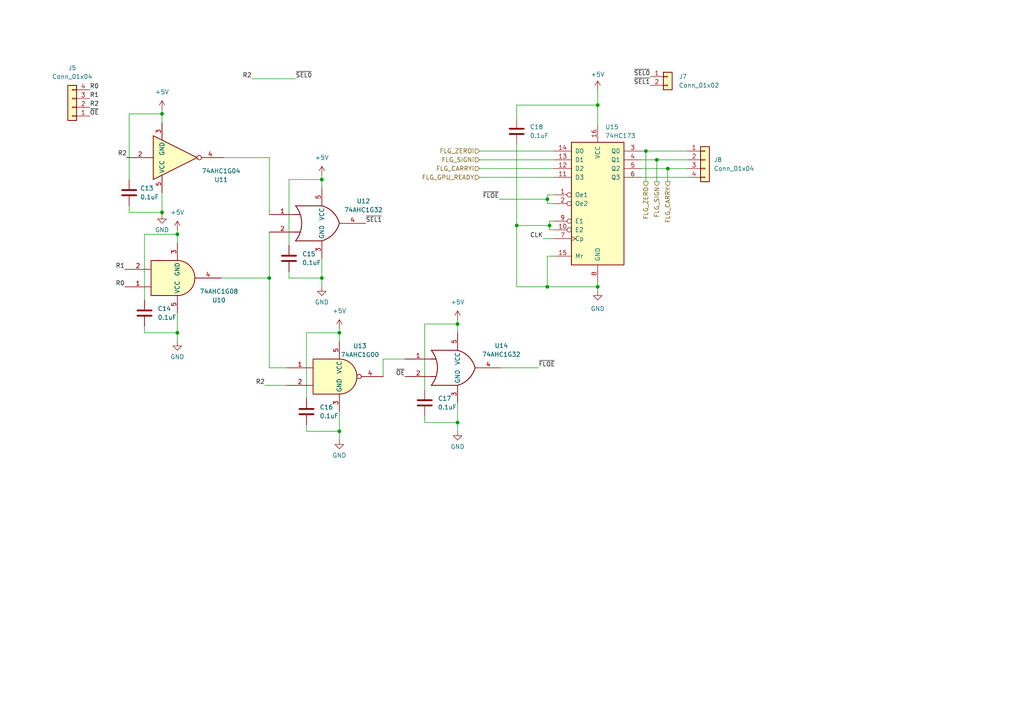
<source format=kicad_sch>
(kicad_sch (version 20250114) (generator "eeschema") (generator_version "9.0")
  (paper "A4")
  (lib_symbols
    (symbol "74xGxx:74AHC1G00"
      (property "Reference" "U" (at -2.54 3.81 0))
      (property "Value" "74AHC1G00" (at 0 -3.81 0))
      (symbol "74AHC1G00_0_1"
        (arc (start 0 5.08) (mid 5.0579 0) (end 0 -5.08) (stroke (width 0.254)) (fill (type background)))
        (polyline (pts (xy 0 -5.08) (xy -7.62 -5.08) (xy -7.62 5.08) (xy 0 5.08)) (stroke (width 0.254)) (fill (type background)))
      )
      (symbol "74AHC1G00_1_1"
        (pin input line (at -15.24 2.54 0) (length 7.62) (name "~") (number "1"))
        (pin input line (at -15.24 -2.54 0) (length 7.62) (name "~") (number "2"))
        (pin power_in line (at 0 10.16 270) (length 5.08) (name "VCC") (number "5"))
        (pin power_in line (at 0 -10.16 90) (length 5.08) (name "GND") (number "3"))
        (pin output inverted (at 12.7 0 180) (length 7.62) (name "~") (number "4"))
      )
    )
    (symbol "74xGxx:74AHC1G04"
      (property "Reference" "U" (at -2.54 3.81 0))
      (property "Value" "74AHC1G04" (at 0 -3.81 0))
      (symbol "74AHC1G04_0_1"
        (polyline (pts (xy -7.62 6.35) (xy -7.62 -6.35) (xy 5.08 0) (xy -7.62 6.35)) (stroke (width 0.254)) (fill (type background)))
      )
      (symbol "74AHC1G04_1_1"
        (pin input line (at -15.24 0 0) (length 7.62) (name "~") (number "2"))
        (pin power_in line (at -5.08 10.16 270) (length 5.08) (name "VCC") (number "5"))
        (pin power_in line (at -5.08 -10.16 90) (length 5.08) (name "GND") (number "3"))
        (pin output inverted (at 12.7 0 180) (length 7.62) (name "~") (number "4"))
      )
    )
    (symbol "74xGxx:74AHC1G08"
      (property "Reference" "U" (at -2.54 3.81 0))
      (property "Value" "74AHC1G08" (at 0 -3.81 0))
      (symbol "74AHC1G08_0_1"
        (arc (start 0 5.08) (mid 5.0579 0) (end 0 -5.08) (stroke (width 0.254)) (fill (type background)))
        (polyline (pts (xy 0 -5.08) (xy -7.62 -5.08) (xy -7.62 5.08) (xy 0 5.08)) (stroke (width 0.254)) (fill (type background)))
      )
      (symbol "74AHC1G08_1_1"
        (pin input line (at -15.24 2.54 0) (length 7.62) (name "~") (number "1"))
        (pin input line (at -15.24 -2.54 0) (length 7.62) (name "~") (number "2"))
        (pin power_in line (at 0 10.16 270) (length 5.08) (name "VCC") (number "5"))
        (pin power_in line (at 0 -10.16 90) (length 5.08) (name "GND") (number "3"))
        (pin output line (at 12.7 0 180) (length 7.62) (name "~") (number "4"))
      )
    )
    (symbol "74xGxx:74AHC1G32"
      (property "Reference" "U" (at -2.54 3.81 0))
      (property "Value" "74AHC1G32" (at 0 -3.81 0))
      (symbol "74AHC1G32_0_1"
        (arc (start -7.62 5.08) (mid -5.838 0) (end -7.62 -5.08) (stroke (width 0.254)))
        (polyline (pts (xy -7.62 2.54) (xy -6.35 2.54)) (stroke (width 0.254)) (fill (type background)))
        (polyline (pts (xy -7.62 -2.54) (xy -6.35 -2.54)) (stroke (width 0.254)) (fill (type background)))
        (arc (start 5.08 0) (mid 3.202 -3.202) (end 0 -5.08) (stroke (width 0.254)))
        (arc (start 0 5.08) (mid 3.2271 3.2271) (end 5.08 0) (stroke (width 0.254)))
        (polyline (pts (xy 0 5.08) (xy -7.62 5.08)) (stroke (width 0.254)) (fill (type background)))
        (polyline (pts (xy 0 -5.08) (xy -7.62 -5.08)) (stroke (width 0.254)) (fill (type background)))
      )
      (symbol "74AHC1G32_1_1"
        (pin input line (at -15.24 2.54 0) (length 7.62) (name "~") (number "1"))
        (pin input line (at -15.24 -2.54 0) (length 7.62) (name "~") (number "2"))
        (pin power_in line (at 0 10.16 270) (length 5.08) (name "VCC") (number "5"))
        (pin power_in line (at 0 -10.16 90) (length 5.08) (name "GND") (number "3"))
        (pin output line (at 12.7 0 180) (length 7.62) (name "~") (number "4"))
      )
    )
    (symbol "74xx:74HC173" (pin_names (offset 1.016))
      (property "Reference" "U" (at -7.62 19.05 0))
      (property "Value" "74HC173" (at -7.62 -19.05 0))
      (symbol "74HC173_1_0"
        (pin input line (at -12.7 15.24 0) (length 5.08) (name "D0") (number "14"))
        (pin input line (at -12.7 12.7 0) (length 5.08) (name "D1") (number "13"))
        (pin input line (at -12.7 10.16 0) (length 5.08) (name "D2") (number "12"))
        (pin input line (at -12.7 7.62 0) (length 5.08) (name "D3") (number "11"))
        (pin input inverted (at -12.7 2.54 0) (length 5.08) (name "Oe1") (number "1"))
        (pin input inverted (at -12.7 0 0) (length 5.08) (name "Oe2") (number "2"))
        (pin input inverted (at -12.7 -5.08 0) (length 5.08) (name "E1") (number "9"))
        (pin input inverted (at -12.7 -7.62 0) (length 5.08) (name "E2") (number "10"))
        (pin input clock (at -12.7 -10.16 0) (length 5.08) (name "Cp") (number "7"))
        (pin input line (at -12.7 -15.24 0) (length 5.08) (name "Mr") (number "15"))
        (pin power_in line (at 0 22.86 270) (length 5.08) (name "VCC") (number "16"))
        (pin power_in line (at 0 -22.86 90) (length 5.08) (name "GND") (number "8"))
        (pin tri_state line (at 12.7 15.24 180) (length 5.08) (name "Q0") (number "3"))
        (pin tri_state line (at 12.7 12.7 180) (length 5.08) (name "Q1") (number "4"))
        (pin tri_state line (at 12.7 10.16 180) (length 5.08) (name "Q2") (number "5"))
        (pin tri_state line (at 12.7 7.62 180) (length 5.08) (name "Q3") (number "6"))
      )
      (symbol "74HC173_1_1"
        (rectangle (start -7.62 17.78) (end 7.62 -17.78) (stroke (width 0.254)) (fill (type background)))
      )
    )
    (symbol "Connector_Generic:Conn_01x02" (pin_names (offset 1.016) (hide yes))
      (property "Reference" "J" (at 0 2.54 0))
      (property "Value" "Conn_01x02" (at 0 -5.08 0))
      (symbol "Conn_01x02_1_1"
        (rectangle (start -1.27 1.27) (end 1.27 -3.81) (stroke (width 0.254)) (fill (type background)))
        (rectangle (start -1.27 0.127) (end 0 -0.127) (stroke (width 0.1524)))
        (rectangle (start -1.27 -2.413) (end 0 -2.667) (stroke (width 0.1524)))
        (pin passive line (at -5.08 0 0) (length 3.81) (name "Pin_1") (number "1"))
        (pin passive line (at -5.08 -2.54 0) (length 3.81) (name "Pin_2") (number "2"))
      )
    )
    (symbol "Connector_Generic:Conn_01x04" (pin_names (offset 1.016) (hide yes))
      (property "Reference" "J" (at 0 5.08 0))
      (property "Value" "Conn_01x04" (at 0 -7.62 0))
      (symbol "Conn_01x04_1_1"
        (rectangle (start -1.27 3.81) (end 1.27 -6.35) (stroke (width 0.254)) (fill (type background)))
        (rectangle (start -1.27 2.667) (end 0 2.413) (stroke (width 0.1524)))
        (rectangle (start -1.27 0.127) (end 0 -0.127) (stroke (width 0.1524)))
        (rectangle (start -1.27 -2.413) (end 0 -2.667) (stroke (width 0.1524)))
        (rectangle (start -1.27 -4.953) (end 0 -5.207) (stroke (width 0.1524)))
        (pin passive line (at -5.08 2.54 0) (length 3.81) (name "Pin_1") (number "1"))
        (pin passive line (at -5.08 0 0) (length 3.81) (name "Pin_2") (number "2"))
        (pin passive line (at -5.08 -2.54 0) (length 3.81) (name "Pin_3") (number "3"))
        (pin passive line (at -5.08 -5.08 0) (length 3.81) (name "Pin_4") (number "4"))
      )
    )
    (symbol "Device:C" (pin_numbers (hide yes)) (pin_names (offset 0.254))
      (property "Reference" "C" (at 0.635 2.54 0))
      (property "Value" "C" (at 0.635 -2.54 0))
      (symbol "C_0_1"
        (polyline (pts (xy -2.032 0.762) (xy 2.032 0.762)) (stroke (width 0.508)))
        (polyline (pts (xy -2.032 -0.762) (xy 2.032 -0.762)) (stroke (width 0.508)))
      )
      (symbol "C_1_1"
        (pin passive line (at 0 3.81 270) (length 2.794) (name "~") (number "1"))
        (pin passive line (at 0 -3.81 90) (length 2.794) (name "~") (number "2"))
      )
    )
    (symbol "power:+5V" (power) (pin_numbers (hide yes)) (pin_names (offset 0) (hide yes))
      (property "Value" "+5V" (at 0 3.556 0))
      (symbol "+5V_0_1"
        (polyline (pts (xy -0.762 1.27) (xy 0 2.54)))
        (polyline (pts (xy 0 2.54) (xy 0.762 1.27)))
        (polyline (pts (xy 0 0) (xy 0 2.54)))
      )
      (symbol "+5V_1_1"
        (pin power_in line (at 0 0 90) (length 0) (name "~") (number "1"))
      )
    )
    (symbol "power:GND" (power) (pin_numbers (hide yes)) (pin_names (offset 0) (hide yes))
      (property "Value" "GND" (at 0 -3.81 0))
      (symbol "GND_0_1"
        (polyline (pts (xy 0 0) (xy 0 -1.27) (xy 1.27 -1.27) (xy 0 -2.54) (xy -1.27 -1.27) (xy 0 -1.27)))
      )
      (symbol "GND_1_1"
        (pin power_in line (at 0 0 270) (length 0) (name "~") (number "1"))
      )
    )
  )
  (junction (at 98.425 125.095))
  (junction (at 187.325 43.815))
  (junction (at 132.715 122.555))
  (junction (at 193.675 48.895))
  (junction (at 158.75 57.785))
  (junction (at 190.5 46.355))
  (junction (at 132.715 93.98))
  (junction (at 46.99 33.02))
  (junction (at 78.105 80.645))
  (junction (at 98.425 96.52))
  (junction (at 93.345 80.645))
  (junction (at 159.385 65.405))
  (junction (at 149.86 65.405))
  (junction (at 173.355 83.185))
  (junction (at 173.355 30.48))
  (junction (at 51.435 67.945))
  (junction (at 93.345 52.07))
  (junction (at 158.75 83.185))
  (junction (at 51.435 96.52))
  (junction (at 46.99 61.595))
  (wire (pts (xy 139.065 48.895) (xy 160.655 48.895)))
  (wire (pts (xy 160.655 64.135) (xy 159.385 64.135)))
  (wire (pts (xy 98.425 125.095) (xy 98.425 127.635)))
  (wire (pts (xy 78.105 45.72) (xy 64.77 45.72)))
  (wire (pts (xy 88.9 125.095) (xy 98.425 125.095)))
  (wire (pts (xy 149.86 65.405) (xy 149.86 83.185)))
  (wire (pts (xy 78.105 45.72) (xy 78.105 62.23)))
  (wire (pts (xy 132.715 93.98) (xy 132.715 96.52)))
  (wire (pts (xy 76.835 111.76) (xy 83.185 111.76)))
  (wire (pts (xy 41.91 86.995) (xy 41.91 67.945)))
  (wire (pts (xy 159.385 65.405) (xy 149.86 65.405)))
  (wire (pts (xy 98.425 95.25) (xy 98.425 96.52)))
  (wire (pts (xy 98.425 96.52) (xy 98.425 99.06)))
  (wire (pts (xy 132.715 92.71) (xy 132.715 93.98)))
  (wire (pts (xy 199.39 51.435) (xy 186.055 51.435)))
  (wire (pts (xy 145.415 106.68) (xy 156.21 106.68)))
  (wire (pts (xy 78.105 80.645) (xy 78.105 67.31)))
  (wire (pts (xy 37.465 61.595) (xy 46.99 61.595)))
  (wire (pts (xy 190.5 46.355) (xy 190.5 52.705)))
  (wire (pts (xy 157.48 69.215) (xy 160.655 69.215)))
  (wire (pts (xy 88.9 96.52) (xy 98.425 96.52)))
  (wire (pts (xy 46.99 31.75) (xy 46.99 33.02)))
  (wire (pts (xy 173.355 30.48) (xy 173.355 36.195)))
  (wire (pts (xy 37.465 59.69) (xy 37.465 61.595)))
  (wire (pts (xy 83.82 71.12) (xy 83.82 52.07)))
  (wire (pts (xy 132.715 122.555) (xy 132.715 125.095)))
  (wire (pts (xy 159.385 64.135) (xy 159.385 65.405)))
  (wire (pts (xy 190.5 46.355) (xy 186.055 46.355)))
  (wire (pts (xy 123.19 113.03) (xy 123.19 93.98)))
  (wire (pts (xy 160.655 74.295) (xy 158.75 74.295)))
  (wire (pts (xy 123.19 122.555) (xy 132.715 122.555)))
  (wire (pts (xy 139.065 43.815) (xy 160.655 43.815)))
  (wire (pts (xy 199.39 48.895) (xy 193.675 48.895)))
  (wire (pts (xy 149.86 30.48) (xy 173.355 30.48)))
  (wire (pts (xy 173.355 83.185) (xy 173.355 84.455)))
  (wire (pts (xy 78.105 106.68) (xy 78.105 80.645)))
  (wire (pts (xy 123.19 120.65) (xy 123.19 122.555)))
  (wire (pts (xy 111.125 109.22) (xy 111.125 104.14)))
  (wire (pts (xy 41.91 67.945) (xy 51.435 67.945)))
  (wire (pts (xy 199.39 46.355) (xy 190.5 46.355)))
  (wire (pts (xy 158.75 59.055) (xy 160.655 59.055)))
  (wire (pts (xy 159.385 65.405) (xy 159.385 66.675)))
  (wire (pts (xy 158.75 57.785) (xy 158.75 59.055)))
  (wire (pts (xy 158.75 74.295) (xy 158.75 83.185)))
  (wire (pts (xy 123.19 93.98) (xy 132.715 93.98)))
  (wire (pts (xy 144.78 57.785) (xy 158.75 57.785)))
  (wire (pts (xy 88.9 115.57) (xy 88.9 96.52)))
  (wire (pts (xy 46.99 61.595) (xy 46.99 62.23)))
  (wire (pts (xy 173.355 26.035) (xy 173.355 30.48)))
  (wire (pts (xy 46.99 33.02) (xy 46.99 35.56)))
  (wire (pts (xy 132.715 116.84) (xy 132.715 122.555)))
  (wire (pts (xy 173.355 81.915) (xy 173.355 83.185)))
  (wire (pts (xy 149.86 41.91) (xy 149.86 65.405)))
  (wire (pts (xy 149.86 34.29) (xy 149.86 30.48)))
  (wire (pts (xy 51.435 66.675) (xy 51.435 67.945)))
  (wire (pts (xy 98.425 119.38) (xy 98.425 125.095)))
  (wire (pts (xy 158.75 56.515) (xy 158.75 57.785)))
  (wire (pts (xy 93.345 52.07) (xy 93.345 54.61)))
  (wire (pts (xy 139.065 46.355) (xy 160.655 46.355)))
  (wire (pts (xy 193.675 48.895) (xy 193.675 52.705)))
  (wire (pts (xy 51.435 90.805) (xy 51.435 96.52)))
  (wire (pts (xy 93.345 50.8) (xy 93.345 52.07)))
  (wire (pts (xy 93.345 74.93) (xy 93.345 80.645)))
  (wire (pts (xy 160.655 56.515) (xy 158.75 56.515)))
  (wire (pts (xy 36.83 45.72) (xy 36.83 45.466)))
  (wire (pts (xy 83.185 106.68) (xy 78.105 106.68)))
  (wire (pts (xy 51.435 67.945) (xy 51.435 70.485)))
  (wire (pts (xy 193.675 48.895) (xy 186.055 48.895)))
  (wire (pts (xy 51.435 96.52) (xy 51.435 99.06)))
  (wire (pts (xy 187.325 43.815) (xy 187.325 52.705)))
  (wire (pts (xy 187.325 43.815) (xy 186.055 43.815)))
  (wire (pts (xy 41.91 96.52) (xy 51.435 96.52)))
  (wire (pts (xy 37.465 52.07) (xy 37.465 33.02)))
  (wire (pts (xy 41.91 94.615) (xy 41.91 96.52)))
  (wire (pts (xy 88.9 123.19) (xy 88.9 125.095)))
  (wire (pts (xy 158.75 83.185) (xy 173.355 83.185)))
  (wire (pts (xy 83.82 78.74) (xy 83.82 80.645)))
  (wire (pts (xy 64.135 80.645) (xy 78.105 80.645)))
  (wire (pts (xy 111.125 104.14) (xy 117.475 104.14)))
  (wire (pts (xy 83.82 80.645) (xy 93.345 80.645)))
  (wire (pts (xy 139.065 51.435) (xy 160.655 51.435)))
  (wire (pts (xy 37.465 33.02) (xy 46.99 33.02)))
  (wire (pts (xy 83.82 52.07) (xy 93.345 52.07)))
  (wire (pts (xy 149.86 83.185) (xy 158.75 83.185)))
  (wire (pts (xy 93.345 80.645) (xy 93.345 83.185)))
  (wire (pts (xy 46.99 55.88) (xy 46.99 61.595)))
  (wire (pts (xy 199.39 43.815) (xy 187.325 43.815)))
  (wire (pts (xy 73.025 22.86) (xy 85.725 22.86)))
  (wire (pts (xy 159.385 66.675) (xy 160.655 66.675)))
  (label "~{FLOE}" (at 156.21 106.68 0))
  (label "R2" (at 26.035 31.115 0))
  (label "CLK" (at 157.48 69.215 180))
  (label "~{SEL0}" (at 85.725 22.86 0))
  (label "~{OE}" (at 117.475 109.22 180))
  (label "R1" (at 26.035 28.575 0))
  (label "R1" (at 36.195 78.105 180))
  (label "~{SEL1}" (at 106.045 64.77 0))
  (label "R2" (at 73.025 22.86 180))
  (label "~{SEL1}" (at 188.595 24.765 180))
  (label "R2" (at 36.83 45.466 180))
  (label "~{OE}" (at 26.035 33.655 0))
  (label "R0" (at 36.195 83.185 180))
  (label "~{SEL0}" (at 188.595 22.225 180))
  (label "R0" (at 26.035 26.035 0))
  (label "R2" (at 76.835 111.76 180))
  (label "~{FLOE}" (at 144.78 57.785 180))
  (hierarchical_label "FLG_GPU_READY" (shape input) (at 139.065 51.435 180))
  (hierarchical_label "FLG_SIGNi" (shape input) (at 139.065 46.355 180))
  (hierarchical_label "FLG_ZEROi" (shape input) (at 139.065 43.815 180))
  (hierarchical_label "FLG_CARRYi" (shape input) (at 139.065 48.895 180))
  (hierarchical_label "FLG_CARRY" (shape output) (at 193.675 52.705 270))
  (hierarchical_label "FLG_ZERO" (shape output) (at 187.325 52.705 270))
  (hierarchical_label "FLG_SIGN" (shape output) (at 190.5 52.705 270))
  (symbol (lib_id "74xGxx:74AHC1G32") (at 93.345 64.77 0) (unit 1)
    (property "Reference" "U12" (at 105.41 58.3498 0))
    (property "Value" "74AHC1G32" (at 105.41 60.8898 0))
    (property "Footprint" "Package_TO_SOT_SMD:SOT-23-5" (effects (hide yes)))
    (property "Datasheet" "http://www.ti.com/lit/sg/scyt129e/scyt129e.pdf" (effects (hide yes)))
    (property "Description" "Single OR Gate, Low-Voltage CMOS" (effects (hide yes)))
    (instances (project "" (path "" (reference "U12") (unit 1))) (project "" (path "" (reference "U21") (unit 1))))
  )
  (symbol (lib_id "74xGxx:74AHC1G32") (at 132.715 106.68 0) (unit 1)
    (property "Reference" "U14" (at 145.415 100.2598 0))
    (property "Value" "74AHC1G32" (at 145.415 102.7998 0))
    (property "Footprint" "Package_TO_SOT_SMD:SOT-23-5" (effects (hide yes)))
    (property "Datasheet" "http://www.ti.com/lit/sg/scyt129e/scyt129e.pdf" (effects (hide yes)))
    (property "Description" "Single OR Gate, Low-Voltage CMOS" (effects (hide yes)))
    (instances (project "" (path "" (reference "U14") (unit 1))) (project "" (path "" (reference "U23") (unit 1))))
  )
  (symbol (lib_id "Device:C") (at 37.465 55.88 0) (unit 1)
    (property "Reference" "C13" (at 40.64 54.6099 0) (effects (justify left)))
    (property "Value" "0.1uF" (at 40.64 57.1499 0) (effects (justify left)))
    (property "Footprint" "Capacitor_SMD:C_0603_1608Metric" (effects (hide yes)))
    (property "Description" "Unpolarized capacitor" (effects (hide yes)))
  )
  (symbol (lib_id "power:+5V") (at 132.715 92.71 0) (unit 1)
    (property "Reference" "#PWR034" (effects (hide yes)))
    (property "Value" "+5V" (at 132.715 87.63 0))
    (property "Description" "Power symbol creates a global label with name \"+5V\"" (effects (hide yes)))
  )
  (symbol (lib_id "74xGxx:74AHC1G00") (at 98.425 109.22 0) (unit 1)
    (property "Reference" "U13" (at 104.394 100.33 0))
    (property "Value" "74AHC1G00" (at 104.394 102.87 0))
    (property "Footprint" "Package_TO_SOT_SMD:SOT-23-5" (effects (hide yes)))
    (property "Datasheet" "http://www.ti.com/lit/sg/scyt129e/scyt129e.pdf" (effects (hide yes)))
    (property "Description" "Single NAND Gate, Low-Voltage CMOS" (effects (hide yes)))
    (instances (project "" (path "" (reference "U13") (unit 1))) (project "" (path "" (reference "U22") (unit 1))))
  )
  (symbol (lib_id "Connector_Generic:Conn_01x04") (at 204.47 46.355 0) (unit 1)
    (property "Reference" "J8" (at 207.01 46.3549 0) (effects (justify left)))
    (property "Value" "Conn_01x04" (at 207.01 48.8949 0) (effects (justify left)))
    (property "Footprint" "Connector_PinSocket_2.54mm:PinSocket_1x04_P2.54mm_Vertical" (effects (hide yes)))
    (property "Description" "Generic connector, single row, 01x04, script generated (kicad-library-utils/schlib/autogen/connector/)" (effects (hide yes)))
    (instances (project "" (path "" (reference "J8") (unit 1))) (project "Memory Controller" (path "" (reference "J9") (unit 1))))
  )
  (symbol (lib_id "Device:C") (at 88.9 119.38 0) (unit 1)
    (property "Reference" "C16" (at 92.71 118.1099 0) (effects (justify left)))
    (property "Value" "0.1uF" (at 92.71 120.6499 0) (effects (justify left)))
    (property "Footprint" "Capacitor_SMD:C_0603_1608Metric" (effects (hide yes)))
    (property "Description" "Unpolarized capacitor" (effects (hide yes)))
  )
  (symbol (lib_id "Device:C") (at 83.82 74.93 0) (unit 1)
    (property "Reference" "C15" (at 87.63 73.6599 0) (effects (justify left)))
    (property "Value" "0.1uF" (at 87.63 76.1999 0) (effects (justify left)))
    (property "Footprint" "Capacitor_SMD:C_0603_1608Metric" (effects (hide yes)))
    (property "Description" "Unpolarized capacitor" (effects (hide yes)))
  )
  (symbol (lib_id "74xGxx:74AHC1G08") (at 51.435 80.645 0) (mirror x) (unit 1)
    (property "Reference" "U10" (at 63.5 87.0652 0))
    (property "Value" "74AHC1G08" (at 63.5 84.5252 0))
    (property "Footprint" "Package_TO_SOT_SMD:SOT-23-5" (effects (hide yes)))
    (property "Datasheet" "http://www.ti.com/lit/sg/scyt129e/scyt129e.pdf" (effects (hide yes)))
    (property "Description" "Single AND Gate, Low-Voltage CMOS" (effects (hide yes)))
    (instances (project "" (path "" (reference "U10") (unit 1))) (project "Memory Controller" (path "" (reference "U19") (unit 1))))
  )
  (symbol (lib_id "power:+5V") (at 173.355 26.035 0) (unit 1)
    (property "Reference" "#PWR0102" (effects (hide yes)))
    (property "Value" "+5V" (at 173.355 21.59 0))
    (property "Description" "Power symbol creates a global label with name \"+5V\"" (effects (hide yes)))
    (instances (project "" (path "" (reference "#PWR0102") (unit 1))) (project "Memory Controller" (path "" (reference "#PWR037") (unit 1))))
  )
  (symbol (lib_id "Device:C") (at 41.91 90.805 0) (unit 1)
    (property "Reference" "C14" (at 45.72 89.5349 0) (effects (justify left)))
    (property "Value" "0.1uF" (at 45.72 92.0749 0) (effects (justify left)))
    (property "Footprint" "Capacitor_SMD:C_0603_1608Metric" (effects (hide yes)))
    (property "Description" "Unpolarized capacitor" (effects (hide yes)))
  )
  (symbol (lib_id "power:GND") (at 46.99 62.23 0) (unit 1)
    (property "Reference" "#PWR027" (effects (hide yes)))
    (property "Value" "GND" (at 46.99 66.675 0))
    (property "Description" "Power symbol creates a global label with name \"GND\" , ground" (effects (hide yes)))
  )
  (symbol (lib_id "Connector_Generic:Conn_01x02") (at 193.675 22.225 0) (unit 1)
    (property "Reference" "J7" (at 196.85 22.2249 0) (effects (justify left)))
    (property "Value" "Conn_01x02" (at 196.85 24.7649 0) (effects (justify left)))
    (property "Footprint" "Connector_PinHeader_2.54mm:PinHeader_1x02_P2.54mm_Vertical" (effects (hide yes)))
    (property "Description" "Generic connector, single row, 01x02, script generated (kicad-library-utils/schlib/autogen/connector/)" (effects (hide yes)))
  )
  (symbol (lib_id "power:GND") (at 132.715 125.095 0) (unit 1)
    (property "Reference" "#PWR035" (effects (hide yes)))
    (property "Value" "GND" (at 132.715 129.54 0))
    (property "Description" "Power symbol creates a global label with name \"GND\" , ground" (effects (hide yes)))
  )
  (symbol (lib_id "power:GND") (at 93.345 83.185 0) (unit 1)
    (property "Reference" "#PWR029" (effects (hide yes)))
    (property "Value" "GND" (at 93.345 87.63 0))
    (property "Description" "Power symbol creates a global label with name \"GND\" , ground" (effects (hide yes)))
  )
  (symbol (lib_id "power:GND") (at 51.435 99.06 0) (unit 1)
    (property "Reference" "#PWR031" (effects (hide yes)))
    (property "Value" "GND" (at 51.435 103.505 0))
    (property "Description" "Power symbol creates a global label with name \"GND\" , ground" (effects (hide yes)))
  )
  (symbol (lib_id "power:GND") (at 173.355 84.455 0) (unit 1)
    (property "Reference" "#PWR0101" (effects (hide yes)))
    (property "Value" "GND" (at 173.355 89.535 0))
    (property "Description" "Power symbol creates a global label with name \"GND\" , ground" (effects (hide yes)))
    (instances (project "" (path "" (reference "#PWR0101") (unit 1))) (project "Memory Controller" (path "" (reference "#PWR038") (unit 1))))
  )
  (symbol (lib_id "74xx:74HC173") (at 173.355 59.055 0) (unit 1)
    (property "Reference" "U15" (at 175.4983 36.83 0) (effects (justify left)))
    (property "Value" "74HC173" (at 175.4983 39.37 0) (effects (justify left)))
    (property "Footprint" "Package_SO:SOIC-16_3.9x9.9mm_P1.27mm" (effects (hide yes)))
    (property "Datasheet" "https://www.ti.com/lit/ds/symlink/cd74hc173.pdf" (effects (hide yes)))
    (property "Description" "4-bit D-type Register, 3 state out" (effects (hide yes)))
    (instances (project "" (path "" (reference "U15") (unit 1))) (project "Memory Controller" (path "" (reference "U24") (unit 1))))
  )
  (symbol (lib_id "74xGxx:74AHC1G04") (at 52.07 45.72 0) (mirror x) (unit 1)
    (property "Reference" "U11" (at 64.135 52.1402 0))
    (property "Value" "74AHC1G04" (at 64.135 49.6002 0))
    (property "Footprint" "Package_TO_SOT_SMD:SOT-23-5" (effects (hide yes)))
    (property "Datasheet" "http://www.ti.com/lit/sg/scyt129e/scyt129e.pdf" (effects (hide yes)))
    (property "Description" "Single NOT Gate, Low-Voltage CMOS" (effects (hide yes)))
    (instances (project "" (path "" (reference "U11") (unit 1))) (project "Memory Controller" (path "" (reference "U20") (unit 1))))
  )
  (symbol (lib_id "power:+5V") (at 51.435 66.675 0) (unit 1)
    (property "Reference" "#PWR030" (effects (hide yes)))
    (property "Value" "+5V" (at 51.435 61.595 0))
    (property "Description" "Power symbol creates a global label with name \"+5V\"" (effects (hide yes)))
  )
  (symbol (lib_id "power:+5V") (at 93.345 50.8 0) (unit 1)
    (property "Reference" "#PWR028" (effects (hide yes)))
    (property "Value" "+5V" (at 93.345 45.72 0))
    (property "Description" "Power symbol creates a global label with name \"+5V\"" (effects (hide yes)))
  )
  (symbol (lib_id "Device:C") (at 123.19 116.84 0) (unit 1)
    (property "Reference" "C17" (at 127 115.5699 0) (effects (justify left)))
    (property "Value" "0.1uF" (at 127 118.1099 0) (effects (justify left)))
    (property "Footprint" "Capacitor_SMD:C_0603_1608Metric" (effects (hide yes)))
    (property "Description" "Unpolarized capacitor" (effects (hide yes)))
  )
  (symbol (lib_id "power:GND") (at 98.425 127.635 0) (unit 1)
    (property "Reference" "#PWR033" (effects (hide yes)))
    (property "Value" "GND" (at 98.425 132.08 0))
    (property "Description" "Power symbol creates a global label with name \"GND\" , ground" (effects (hide yes)))
  )
  (symbol (lib_id "Connector_Generic:Conn_01x04") (at 20.955 31.115 180) (unit 1)
    (property "Reference" "J5" (at 20.955 19.685 0))
    (property "Value" "Conn_01x04" (at 20.955 22.225 0))
    (property "Footprint" "Connector_PinSocket_2.54mm:PinSocket_1x04_P2.54mm_Vertical" (effects (hide yes)))
    (property "Description" "Generic connector, single row, 01x04, script generated (kicad-library-utils/schlib/autogen/connector/)" (effects (hide yes)))
    (instances (project "" (path "" (reference "J5") (unit 1))) (project "" (path "" (reference "J7") (unit 1))))
  )
  (symbol (lib_id "Device:C") (at 149.86 38.1 0) (unit 1)
    (property "Reference" "C18" (at 153.67 36.8299 0) (effects (justify left)))
    (property "Value" "0.1uF" (at 153.67 39.3699 0) (effects (justify left)))
    (property "Footprint" "Capacitor_SMD:C_0603_1608Metric" (effects (hide yes)))
    (property "Description" "Unpolarized capacitor" (effects (hide yes)))
  )
  (symbol (lib_id "power:+5V") (at 46.99 31.75 0) (unit 1)
    (property "Reference" "#PWR026" (effects (hide yes)))
    (property "Value" "+5V" (at 46.99 26.67 0))
    (property "Description" "Power symbol creates a global label with name \"+5V\"" (effects (hide yes)))
  )
  (symbol (lib_id "power:+5V") (at 98.425 95.25 0) (unit 1)
    (property "Reference" "#PWR032" (effects (hide yes)))
    (property "Value" "+5V" (at 98.425 90.17 0))
    (property "Description" "Power symbol creates a global label with name \"+5V\"" (effects (hide yes)))
  )
)
</source>
